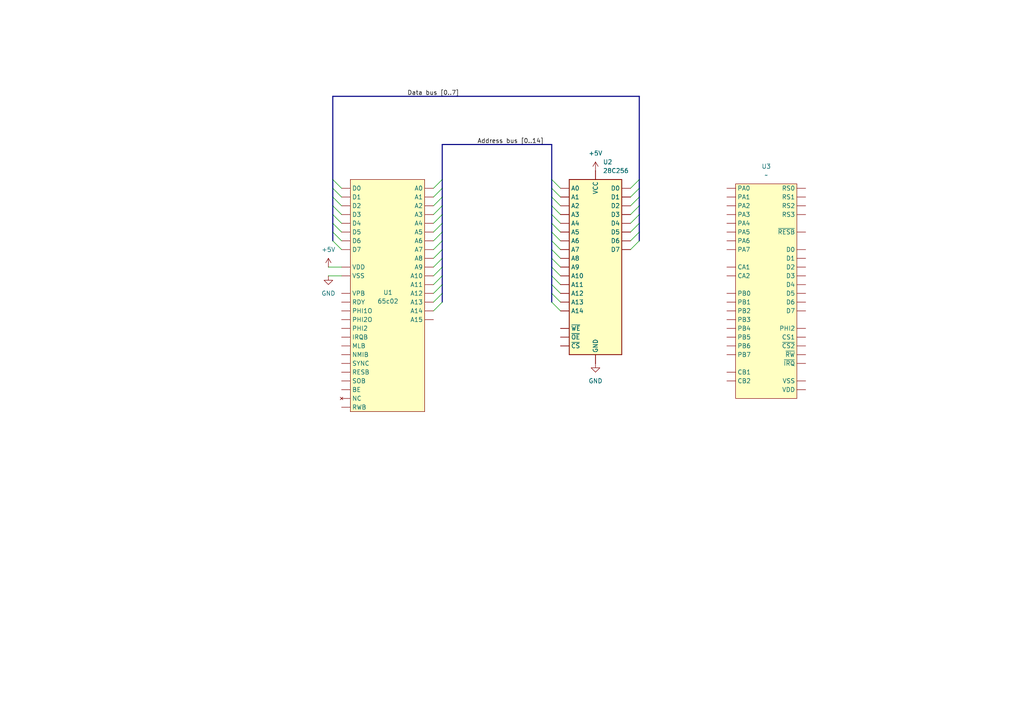
<source format=kicad_sch>
(kicad_sch (version 20250114) (generator "eeschema") (generator_version "9.0")
  (paper "A4")
  (lib_symbols
    (symbol "6502ibrary:65c02"
      (property "Reference" "U" (at 3.556 -35.306 0))
      (symbol "65c02_1_1"
        (rectangle (start -7.62 -2.54) (end 13.97 -69.85) (fill (type background)))
        (pin bidirectional line (at -10.16 -5.08 0) (length 2.54) (name "D0") (number ""))
        (pin bidirectional line (at -10.16 -7.62 0) (length 2.54) (name "D1") (number ""))
        (pin bidirectional line (at -10.16 -10.16 0) (length 2.54) (name "D2") (number ""))
        (pin bidirectional line (at -10.16 -12.7 0) (length 2.54) (name "D3") (number ""))
        (pin bidirectional line (at -10.16 -15.24 0) (length 2.54) (name "D4") (number ""))
        (pin bidirectional line (at -10.16 -17.78 0) (length 2.54) (name "D5") (number ""))
        (pin bidirectional line (at -10.16 -20.32 0) (length 2.54) (name "D6") (number ""))
        (pin bidirectional line (at -10.16 -22.86 0) (length 2.54) (name "D7") (number ""))
        (pin power_in line (at -10.16 -27.94 0) (length 2.54) (name "VDD") (number ""))
        (pin power_in line (at -10.16 -30.48 0) (length 2.54) (name "VSS") (number ""))
        (pin output line (at -10.16 -35.56 0) (length 2.54) (name "VPB") (number ""))
        (pin input line (at -10.16 -38.1 0) (length 2.54) (name "RDY") (number ""))
        (pin output line (at -10.16 -40.64 0) (length 2.54) (name "PHI1O") (number ""))
        (pin output line (at -10.16 -43.18 0) (length 2.54) (name "PHI2O") (number ""))
        (pin input line (at -10.16 -45.72 0) (length 2.54) (name "PHI2") (number ""))
        (pin input line (at -10.16 -48.26 0) (length 2.54) (name "IRQB") (number ""))
        (pin output line (at -10.16 -50.8 0) (length 2.54) (name "MLB") (number ""))
        (pin input line (at -10.16 -53.34 0) (length 2.54) (name "NMIB") (number ""))
        (pin output line (at -10.16 -55.88 0) (length 2.54) (name "SYNC") (number ""))
        (pin input line (at -10.16 -58.42 0) (length 2.54) (name "RESB") (number ""))
        (pin input line (at -10.16 -60.96 0) (length 2.54) (name "SOB") (number ""))
        (pin input line (at -10.16 -63.5 0) (length 2.54) (name "BE") (number ""))
        (pin no_connect line (at -10.16 -66.04 0) (length 2.54) (name "NC") (number ""))
        (pin output line (at -10.16 -68.58 0) (length 2.54) (name "RWB") (number ""))
        (pin output line (at 16.51 -5.08 180) (length 2.54) (name "A0") (number ""))
        (pin output line (at 16.51 -7.62 180) (length 2.54) (name "A1") (number ""))
        (pin output line (at 16.51 -10.16 180) (length 2.54) (name "A2") (number ""))
        (pin output line (at 16.51 -12.7 180) (length 2.54) (name "A3") (number ""))
        (pin output line (at 16.51 -15.24 180) (length 2.54) (name "A4") (number ""))
        (pin output line (at 16.51 -17.78 180) (length 2.54) (name "A5") (number ""))
        (pin output line (at 16.51 -20.32 180) (length 2.54) (name "A6") (number ""))
        (pin output line (at 16.51 -22.86 180) (length 2.54) (name "A7") (number ""))
        (pin output line (at 16.51 -25.4 180) (length 2.54) (name "A8") (number ""))
        (pin output line (at 16.51 -27.94 180) (length 2.54) (name "A9") (number ""))
        (pin output line (at 16.51 -30.48 180) (length 2.54) (name "A10") (number ""))
        (pin output line (at 16.51 -33.02 180) (length 2.54) (name "A11") (number ""))
        (pin output line (at 16.51 -35.56 180) (length 2.54) (name "A12") (number ""))
        (pin output line (at 16.51 -38.1 180) (length 2.54) (name "A13") (number ""))
        (pin output line (at 16.51 -40.64 180) (length 2.54) (name "A14") (number ""))
        (pin output line (at 16.51 -43.18 180) (length 2.54) (name "A15") (number ""))
      )
    )
    (symbol "6502ibrary:65c22"
      (property "Reference" "U" (at 0 2.54 0))
      (symbol "65c22_0_1"
        (rectangle (start -8.89 0) (end 8.89 -62.23) (fill (type background)))
      )
      (symbol "65c22_1_1"
        (pin bidirectional line (at -11.43 -1.27 0) (length 2.54) (name "PA0") (number ""))
        (pin bidirectional line (at -11.43 -3.81 0) (length 2.54) (name "PA1") (number ""))
        (pin bidirectional line (at -11.43 -6.35 0) (length 2.54) (name "PA2") (number ""))
        (pin bidirectional line (at -11.43 -8.89 0) (length 2.54) (name "PA3") (number ""))
        (pin bidirectional line (at -11.43 -11.43 0) (length 2.54) (name "PA4") (number ""))
        (pin bidirectional line (at -11.43 -13.97 0) (length 2.54) (name "PA5") (number ""))
        (pin bidirectional line (at -11.43 -16.51 0) (length 2.54) (name "PA6") (number ""))
        (pin bidirectional line (at -11.43 -19.05 0) (length 2.54) (name "PA7") (number ""))
        (pin bidirectional line (at -11.43 -24.13 0) (length 2.54) (name "CA1") (number ""))
        (pin bidirectional line (at -11.43 -26.67 0) (length 2.54) (name "CA2") (number ""))
        (pin bidirectional line (at -11.43 -31.75 0) (length 2.54) (name "PB0") (number ""))
        (pin bidirectional line (at -11.43 -34.29 0) (length 2.54) (name "PB1") (number ""))
        (pin bidirectional line (at -11.43 -36.83 0) (length 2.54) (name "PB2") (number ""))
        (pin bidirectional line (at -11.43 -39.37 0) (length 2.54) (name "PB3") (number ""))
        (pin bidirectional line (at -11.43 -41.91 0) (length 2.54) (name "PB4") (number ""))
        (pin bidirectional line (at -11.43 -44.45 0) (length 2.54) (name "PB5") (number ""))
        (pin bidirectional line (at -11.43 -46.99 0) (length 2.54) (name "PB6") (number ""))
        (pin bidirectional line (at -11.43 -49.53 0) (length 2.54) (name "PB7") (number ""))
        (pin bidirectional line (at -11.43 -54.61 0) (length 2.54) (name "CB1") (number ""))
        (pin bidirectional line (at -11.43 -57.15 0) (length 2.54) (name "CB2") (number ""))
        (pin input line (at 11.43 -1.27 180) (length 2.54) (name "RS0") (number ""))
        (pin input line (at 11.43 -3.81 180) (length 2.54) (name "RS1") (number ""))
        (pin input line (at 11.43 -6.35 180) (length 2.54) (name "RS2") (number ""))
        (pin input line (at 11.43 -8.89 180) (length 2.54) (name "RS3") (number ""))
        (pin input line (at 11.43 -13.97 180) (length 2.54) (name "~{RESB}") (number ""))
        (pin bidirectional line (at 11.43 -19.05 180) (length 2.54) (name "D0") (number ""))
        (pin bidirectional line (at 11.43 -21.59 180) (length 2.54) (name "D1") (number ""))
        (pin bidirectional line (at 11.43 -24.13 180) (length 2.54) (name "D2") (number ""))
        (pin bidirectional line (at 11.43 -26.67 180) (length 2.54) (name "D3") (number ""))
        (pin bidirectional line (at 11.43 -29.21 180) (length 2.54) (name "D4") (number ""))
        (pin bidirectional line (at 11.43 -31.75 180) (length 2.54) (name "D5") (number ""))
        (pin bidirectional line (at 11.43 -34.29 180) (length 2.54) (name "D6") (number ""))
        (pin bidirectional line (at 11.43 -36.83 180) (length 2.54) (name "D7") (number ""))
        (pin input line (at 11.43 -41.91 180) (length 2.54) (name "PHI2") (number ""))
        (pin input line (at 11.43 -44.45 180) (length 2.54) (name "CS1") (number ""))
        (pin input line (at 11.43 -46.99 180) (length 2.54) (name "~{CS2}") (number ""))
        (pin input line (at 11.43 -49.53 180) (length 2.54) (name "~{RW}") (number ""))
        (pin output line (at 11.43 -52.07 180) (length 2.54) (name "~{IRQ}") (number ""))
        (pin power_in line (at 11.43 -57.15 180) (length 2.54) (name "VSS") (number ""))
        (pin power_in line (at 11.43 -59.69 180) (length 2.54) (name "VDD") (number ""))
      )
    )
    (symbol "Memory_EEPROM:28C256" (pin_numbers (hide yes))
      (property "Reference" "U" (at -7.62 26.67 0))
      (property "Value" "28C256" (at 2.54 -26.67 0))
      (symbol "28C256_1_1"
        (rectangle (start -7.62 25.4) (end 7.62 -25.4) (stroke (width 0.254)) (fill (type background)))
        (pin input line (at -10.16 22.86 0) (length 2.54) (name "A0") (number "10"))
        (pin input line (at -10.16 20.32 0) (length 2.54) (name "A1") (number "9"))
        (pin input line (at -10.16 17.78 0) (length 2.54) (name "A2") (number "8"))
        (pin input line (at -10.16 15.24 0) (length 2.54) (name "A3") (number "7"))
        (pin input line (at -10.16 12.7 0) (length 2.54) (name "A4") (number "6"))
        (pin input line (at -10.16 10.16 0) (length 2.54) (name "A5") (number "5"))
        (pin input line (at -10.16 7.62 0) (length 2.54) (name "A6") (number "4"))
        (pin input line (at -10.16 5.08 0) (length 2.54) (name "A7") (number "3"))
        (pin input line (at -10.16 2.54 0) (length 2.54) (name "A8") (number "25"))
        (pin input line (at -10.16 0 0) (length 2.54) (name "A9") (number "24"))
        (pin input line (at -10.16 -2.54 0) (length 2.54) (name "A10") (number "21"))
        (pin input line (at -10.16 -5.08 0) (length 2.54) (name "A11") (number "23"))
        (pin input line (at -10.16 -7.62 0) (length 2.54) (name "A12") (number "2"))
        (pin input line (at -10.16 -10.16 0) (length 2.54) (name "A13") (number "26"))
        (pin input line (at -10.16 -12.7 0) (length 2.54) (name "A14") (number "1"))
        (pin input line (at -10.16 -17.78 0) (length 2.54) (name "~{WE}") (number "27"))
        (pin input line (at -10.16 -20.32 0) (length 2.54) (name "~{OE}") (number "22"))
        (pin input line (at -10.16 -22.86 0) (length 2.54) (name "~{CS}") (number "20"))
        (pin power_in line (at 0 27.94 270) (length 2.54) (name "VCC") (number "28"))
        (pin power_in line (at 0 -27.94 90) (length 2.54) (name "GND") (number "14"))
        (pin tri_state line (at 10.16 22.86 180) (length 2.54) (name "D0") (number "11"))
        (pin tri_state line (at 10.16 20.32 180) (length 2.54) (name "D1") (number "12"))
        (pin tri_state line (at 10.16 17.78 180) (length 2.54) (name "D2") (number "13"))
        (pin tri_state line (at 10.16 15.24 180) (length 2.54) (name "D3") (number "15"))
        (pin tri_state line (at 10.16 12.7 180) (length 2.54) (name "D4") (number "16"))
        (pin tri_state line (at 10.16 10.16 180) (length 2.54) (name "D5") (number "17"))
        (pin tri_state line (at 10.16 7.62 180) (length 2.54) (name "D6") (number "18"))
        (pin tri_state line (at 10.16 5.08 180) (length 2.54) (name "D7") (number "19"))
      )
    )
    (symbol "power:+5V" (power) (pin_numbers (hide yes)) (pin_names (offset 0) (hide yes))
      (property "Value" "+5V" (at 0 3.556 0))
      (symbol "+5V_0_1"
        (polyline (pts (xy -0.762 1.27) (xy 0 2.54)))
        (polyline (pts (xy 0 2.54) (xy 0.762 1.27)))
        (polyline (pts (xy 0 0) (xy 0 2.54)))
      )
      (symbol "+5V_1_1"
        (pin power_in line (at 0 0 90) (length 0) (name "~") (number "1"))
      )
    )
    (symbol "power:GND" (power) (pin_numbers (hide yes)) (pin_names (offset 0) (hide yes))
      (property "Value" "GND" (at 0 -3.81 0))
      (symbol "GND_0_1"
        (polyline (pts (xy 0 0) (xy 0 -1.27) (xy 1.27 -1.27) (xy 0 -2.54) (xy -1.27 -1.27) (xy 0 -1.27)))
      )
      (symbol "GND_1_1"
        (pin power_in line (at 0 0 270) (length 0) (name "~") (number "1"))
      )
    )
  )
  (bus_entry (at 185.42 52.07) (size -2.54 2.54))
  (bus_entry (at 125.73 64.77) (size 2.54 -2.54))
  (bus_entry (at 125.73 69.85) (size 2.54 -2.54))
  (bus_entry (at 162.56 72.39) (size -2.54 -2.54))
  (bus_entry (at 125.73 85.09) (size 2.54 -2.54))
  (bus_entry (at 162.56 85.09) (size -2.54 -2.54))
  (bus_entry (at 162.56 90.17) (size -2.54 -2.54))
  (bus_entry (at 162.56 69.85) (size -2.54 -2.54))
  (bus_entry (at 185.42 57.15) (size -2.54 2.54))
  (bus_entry (at 125.73 82.55) (size 2.54 -2.54))
  (bus_entry (at 96.52 69.85) (size 2.54 2.54))
  (bus_entry (at 125.73 54.61) (size 2.54 -2.54))
  (bus_entry (at 96.52 64.77) (size 2.54 2.54))
  (bus_entry (at 125.73 59.69) (size 2.54 -2.54))
  (bus_entry (at 125.73 74.93) (size 2.54 -2.54))
  (bus_entry (at 162.56 77.47) (size -2.54 -2.54))
  (bus_entry (at 185.42 59.69) (size -2.54 2.54))
  (bus_entry (at 125.73 57.15) (size 2.54 -2.54))
  (bus_entry (at 125.73 72.39) (size 2.54 -2.54))
  (bus_entry (at 125.73 77.47) (size 2.54 -2.54))
  (bus_entry (at 125.73 62.23) (size 2.54 -2.54))
  (bus_entry (at 96.52 67.31) (size 2.54 2.54))
  (bus_entry (at 96.52 57.15) (size 2.54 2.54))
  (bus_entry (at 162.56 67.31) (size -2.54 -2.54))
  (bus_entry (at 96.52 52.07) (size 2.54 2.54))
  (bus_entry (at 162.56 57.15) (size -2.54 -2.54))
  (bus_entry (at 162.56 59.69) (size -2.54 -2.54))
  (bus_entry (at 162.56 74.93) (size -2.54 -2.54))
  (bus_entry (at 162.56 80.01) (size -2.54 -2.54))
  (bus_entry (at 162.56 87.63) (size -2.54 -2.54))
  (bus_entry (at 185.42 64.77) (size -2.54 2.54))
  (bus_entry (at 125.73 87.63) (size 2.54 -2.54))
  (bus_entry (at 162.56 64.77) (size -2.54 -2.54))
  (bus_entry (at 185.42 69.85) (size -2.54 2.54))
  (bus_entry (at 162.56 62.23) (size -2.54 -2.54))
  (bus_entry (at 125.73 67.31) (size 2.54 -2.54))
  (bus_entry (at 162.56 82.55) (size -2.54 -2.54))
  (bus_entry (at 125.73 80.01) (size 2.54 -2.54))
  (bus_entry (at 162.56 54.61) (size -2.54 -2.54))
  (bus_entry (at 125.73 90.17) (size 2.54 -2.54))
  (bus_entry (at 96.52 59.69) (size 2.54 2.54))
  (bus_entry (at 185.42 67.31) (size -2.54 2.54))
  (bus_entry (at 96.52 62.23) (size 2.54 2.54))
  (bus_entry (at 96.52 54.61) (size 2.54 2.54))
  (bus_entry (at 185.42 54.61) (size -2.54 2.54))
  (bus_entry (at 185.42 62.23) (size -2.54 2.54))
  (bus (pts (xy 160.02 59.69) (xy 160.02 57.15)))
  (bus (pts (xy 128.27 67.31) (xy 128.27 69.85)))
  (bus (pts (xy 160.02 57.15) (xy 160.02 54.61)))
  (bus (pts (xy 185.42 54.61) (xy 185.42 52.07)))
  (bus (pts (xy 160.02 54.61) (xy 160.02 52.07)))
  (bus (pts (xy 185.42 59.69) (xy 185.42 57.15)))
  (bus (pts (xy 128.27 77.47) (xy 128.27 80.01)))
  (bus (pts (xy 160.02 67.31) (xy 160.02 64.77)))
  (bus (pts (xy 160.02 69.85) (xy 160.02 67.31)))
  (bus (pts (xy 160.02 72.39) (xy 160.02 69.85)))
  (bus (pts (xy 160.02 80.01) (xy 160.02 77.47)))
  (bus (pts (xy 96.52 64.77) (xy 96.52 67.31)))
  (bus (pts (xy 96.52 54.61) (xy 96.52 57.15)))
  (bus (pts (xy 185.42 57.15) (xy 185.42 54.61)))
  (bus (pts (xy 128.27 74.93) (xy 128.27 77.47)))
  (bus (pts (xy 160.02 64.77) (xy 160.02 62.23)))
  (bus (pts (xy 128.27 85.09) (xy 128.27 87.63)))
  (bus (pts (xy 160.02 82.55) (xy 160.02 80.01)))
  (bus (pts (xy 128.27 64.77) (xy 128.27 67.31)))
  (bus (pts (xy 128.27 62.23) (xy 128.27 64.77)))
  (bus (pts (xy 185.42 64.77) (xy 185.42 62.23)))
  (bus (pts (xy 160.02 74.93) (xy 160.02 72.39)))
  (bus (pts (xy 128.27 80.01) (xy 128.27 82.55)))
  (bus (pts (xy 160.02 87.63) (xy 160.02 85.09)))
  (bus (pts (xy 128.27 69.85) (xy 128.27 72.39)))
  (bus (pts (xy 128.27 41.91) (xy 128.27 52.07)))
  (bus (pts (xy 96.52 52.07) (xy 96.52 54.61)))
  (bus (pts (xy 160.02 77.47) (xy 160.02 74.93)))
  (wire (pts (xy 95.25 77.47) (xy 99.06 77.47)))
  (bus (pts (xy 128.27 72.39) (xy 128.27 74.93)))
  (bus (pts (xy 128.27 59.69) (xy 128.27 62.23)))
  (bus (pts (xy 128.27 54.61) (xy 128.27 57.15)))
  (bus (pts (xy 160.02 62.23) (xy 160.02 59.69)))
  (bus (pts (xy 185.42 62.23) (xy 185.42 59.69)))
  (bus (pts (xy 160.02 41.91) (xy 128.27 41.91)))
  (bus (pts (xy 96.52 27.94) (xy 96.52 52.07)))
  (wire (pts (xy 95.25 80.01) (xy 99.06 80.01)))
  (bus (pts (xy 160.02 52.07) (xy 160.02 41.91)))
  (bus (pts (xy 128.27 52.07) (xy 128.27 54.61)))
  (bus (pts (xy 185.42 52.07) (xy 185.42 27.94)))
  (bus (pts (xy 128.27 57.15) (xy 128.27 59.69)))
  (bus (pts (xy 185.42 69.85) (xy 185.42 67.31)))
  (bus (pts (xy 96.52 57.15) (xy 96.52 59.69)))
  (bus (pts (xy 96.52 59.69) (xy 96.52 62.23)))
  (bus (pts (xy 96.52 67.31) (xy 96.52 69.85)))
  (bus (pts (xy 96.52 62.23) (xy 96.52 64.77)))
  (bus (pts (xy 185.42 27.94) (xy 96.52 27.94)))
  (bus (pts (xy 128.27 82.55) (xy 128.27 85.09)))
  (bus (pts (xy 185.42 67.31) (xy 185.42 64.77)))
  (bus (pts (xy 160.02 85.09) (xy 160.02 82.55)))
  (label "Address bus [0..14]" (at 138.43 41.91 0))
  (label "Data bus [0..7]" (at 118.11 27.94 0))
  (symbol (lib_id "power:+5V") (at 95.25 77.47 0) (unit 1)
    (property "Reference" "#PWR02" (effects (hide yes)))
    (property "Value" "+5V" (at 95.25 72.39 0))
    (property "Description" "Power symbol creates a global label with name \"+5V\"" (effects (hide yes)))
  )
  (symbol (lib_id "Memory_EEPROM:28C256") (at 172.72 77.47 0) (unit 1)
    (property "Reference" "U2" (at 174.8633 46.99 0) (effects (justify left)))
    (property "Value" "28C256" (at 174.8633 49.53 0) (effects (justify left)))
    (property "Datasheet" "http://ww1.microchip.com/downloads/en/DeviceDoc/doc0006.pdf" (effects (hide yes)))
    (property "Description" "Paged Parallel EEPROM 256Kb (32K x 8), DIP-28/SOIC-28" (effects (hide yes)))
  )
  (symbol (lib_id "power:GND") (at 95.25 80.01 0) (unit 1)
    (property "Reference" "#PWR04" (effects (hide yes)))
    (property "Value" "GND" (at 95.25 85.09 0))
    (property "Description" "Power symbol creates a global label with name \"GND\" , ground" (effects (hide yes)))
  )
  (symbol (lib_id "power:GND") (at 172.72 105.41 0) (unit 1)
    (property "Reference" "#PWR03" (effects (hide yes)))
    (property "Value" "GND" (at 172.72 110.49 0))
    (property "Description" "Power symbol creates a global label with name \"GND\" , ground" (effects (hide yes)))
  )
  (symbol (lib_id "power:+5V") (at 172.72 49.53 0) (unit 1)
    (property "Reference" "#PWR01" (effects (hide yes)))
    (property "Value" "+5V" (at 172.72 44.45 0))
    (property "Description" "Power symbol creates a global label with name \"+5V\"" (effects (hide yes)))
  )
  (symbol (lib_id "6502ibrary:65c22") (at 222.25 53.34 0) (unit 1)
    (property "Reference" "U3" (at 222.25 48.26 0))
    (property "Value" "~" (at 222.25 50.8 0))
  )
  (symbol (lib_id "6502ibrary:65c02") (at 109.22 49.53 0) (unit 1)
    (property "Reference" "U1" (at 112.522 84.836 0))
    (property "Value" "65c02" (at 112.522 87.376 0))
  )
)
</source>
